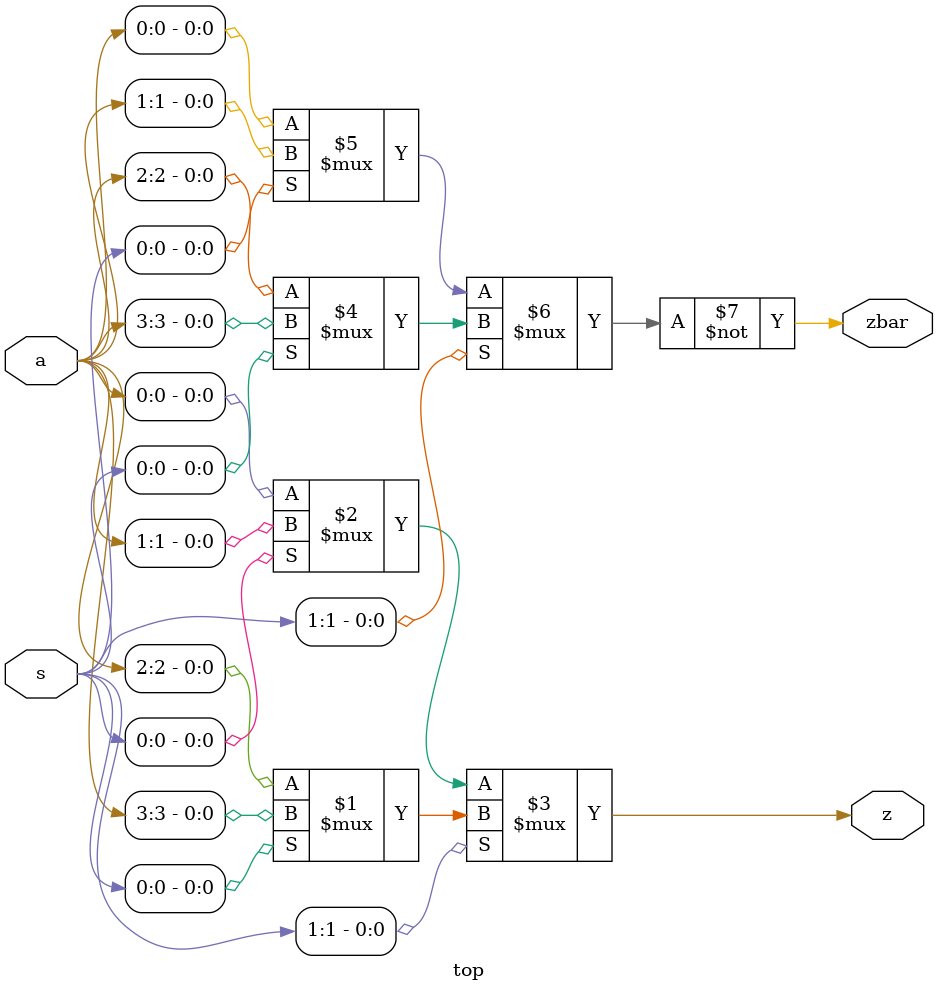
<source format=v>
`timescale 1ns / 1ps
module top(a,s,z, zbar);
  input [3:0]a;    //input
  input[1:0]s ;    // select line 
  output z , zbar;       // output
  wire x,z;
  
 /* data flow laval
  assign x = ~s[0]&a[0] |s[0]&a[1] ;
  assign y = ~s[0]&a[2] |s[0]&a[3] ;
  assign z = ~s[1]& x |s[1]& y ;
  assign zbar = ~(~s[1]& x |s[1]& y );
  */
  
  /*behavior laval
  reg y;
  initial begin
  y = 0;
  end 
  
  always@(*) begin
    case(s)
   2'b00: y=a[0];
   2'b01: y=a[1];
   2'b10: y=a[2];
   2'b11: y=a[3];
   endcase
  end
  assign z = y; 
  assign zbar =~y;*/
  
  //tarnary opretor
   assign    z =    s[1]? (s[0]?a[3]:a[2]) :(s[0]?a[1]:a[0]);
   assign zbar =  ~(s[1]? (s[0]?a[3]:a[2]) :(s[0]?a[1]:a[0]));
endmodule

</source>
